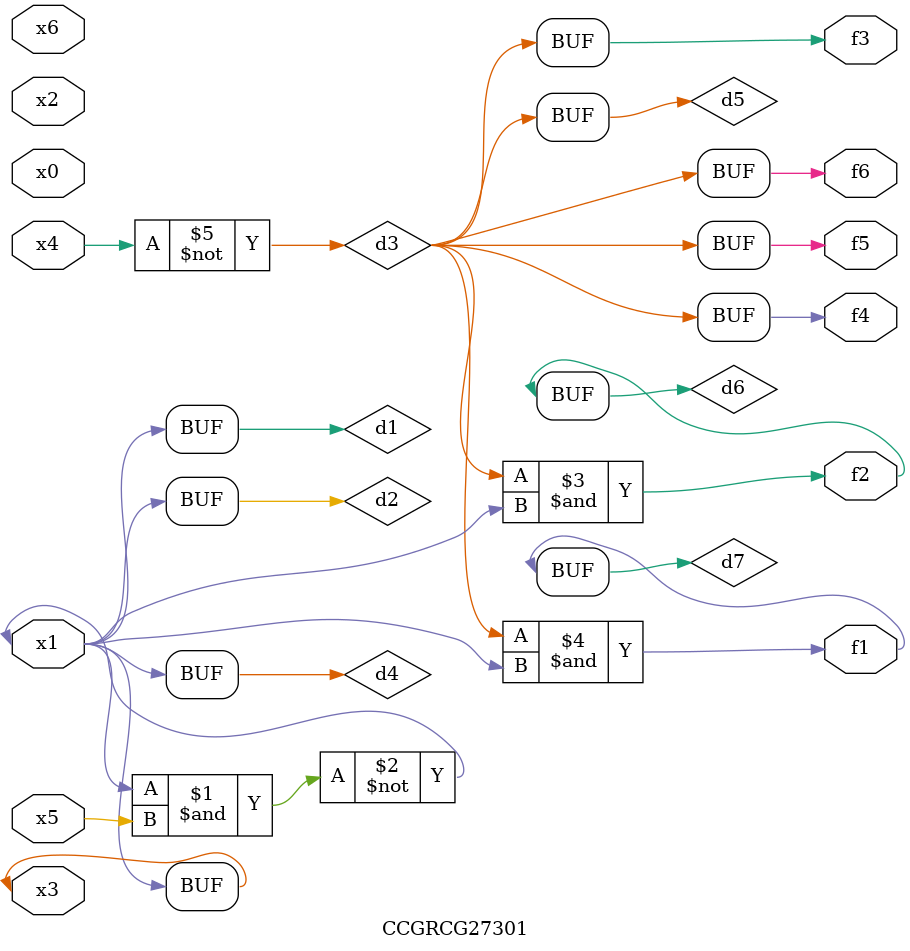
<source format=v>
module CCGRCG27301(
	input x0, x1, x2, x3, x4, x5, x6,
	output f1, f2, f3, f4, f5, f6
);

	wire d1, d2, d3, d4, d5, d6, d7;

	buf (d1, x1, x3);
	nand (d2, x1, x5);
	not (d3, x4);
	buf (d4, d1, d2);
	buf (d5, d3);
	and (d6, d3, d4);
	and (d7, d3, d4);
	assign f1 = d7;
	assign f2 = d6;
	assign f3 = d5;
	assign f4 = d5;
	assign f5 = d5;
	assign f6 = d5;
endmodule

</source>
